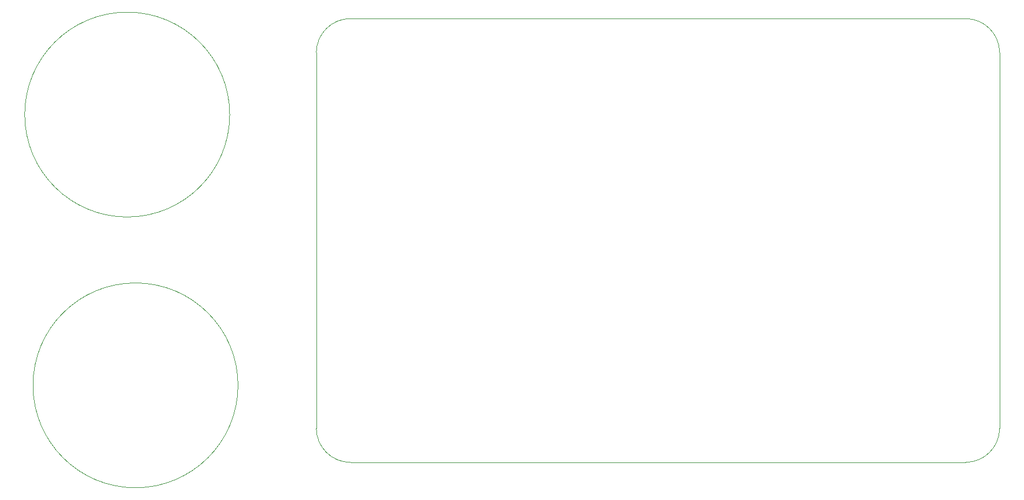
<source format=gbr>
%TF.GenerationSoftware,KiCad,Pcbnew,8.0.1*%
%TF.CreationDate,2024-05-17T10:11:40+07:00*%
%TF.ProjectId,ESP32 Shield,45535033-3220-4536-9869-656c642e6b69,rev?*%
%TF.SameCoordinates,Original*%
%TF.FileFunction,Profile,NP*%
%FSLAX46Y46*%
G04 Gerber Fmt 4.6, Leading zero omitted, Abs format (unit mm)*
G04 Created by KiCad (PCBNEW 8.0.1) date 2024-05-17 10:11:40*
%MOMM*%
%LPD*%
G01*
G04 APERTURE LIST*
%TA.AperFunction,Profile*%
%ADD10C,0.100000*%
%TD*%
G04 APERTURE END LIST*
D10*
X250000000Y-50000000D02*
X250000000Y-105000000D01*
X250000000Y-105000000D02*
G75*
G02*
X245000000Y-110000000I-5000000J0D01*
G01*
X138540000Y-98720000D02*
G75*
G02*
X108540000Y-98720000I-15000000J0D01*
G01*
X108540000Y-98720000D02*
G75*
G02*
X138540000Y-98720000I15000000J0D01*
G01*
X245000000Y-110000000D02*
X155000000Y-110000000D01*
X155000000Y-45000000D02*
X245000000Y-45000000D01*
X155000000Y-110000000D02*
G75*
G02*
X150000000Y-105000000I0J5000000D01*
G01*
X150000000Y-50000000D02*
G75*
G02*
X155000000Y-45000000I5000000J0D01*
G01*
X150000000Y-105000000D02*
X150000000Y-50000000D01*
X245000000Y-45000000D02*
G75*
G02*
X250000000Y-50000000I0J-5000000D01*
G01*
X137330000Y-59060000D02*
G75*
G02*
X107330000Y-59060000I-15000000J0D01*
G01*
X107330000Y-59060000D02*
G75*
G02*
X137330000Y-59060000I15000000J0D01*
G01*
M02*

</source>
